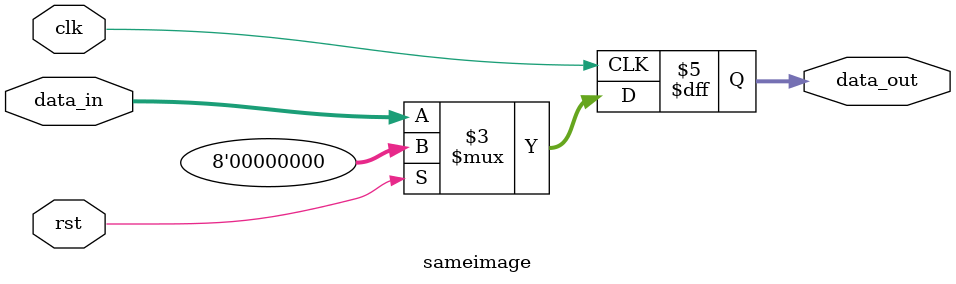
<source format=v>
`timescale 1ns / 1ps


module sameimage(
input clk,
input rst,
input [7:0] data_in,
output reg [7:0] data_out
);

   always @(posedge clk)
     begin
       if(rst)
         begin
         data_out <= 8'b0;
         end
       else 
         begin
         data_out <= data_in;
         end
     end
endmodule

</source>
